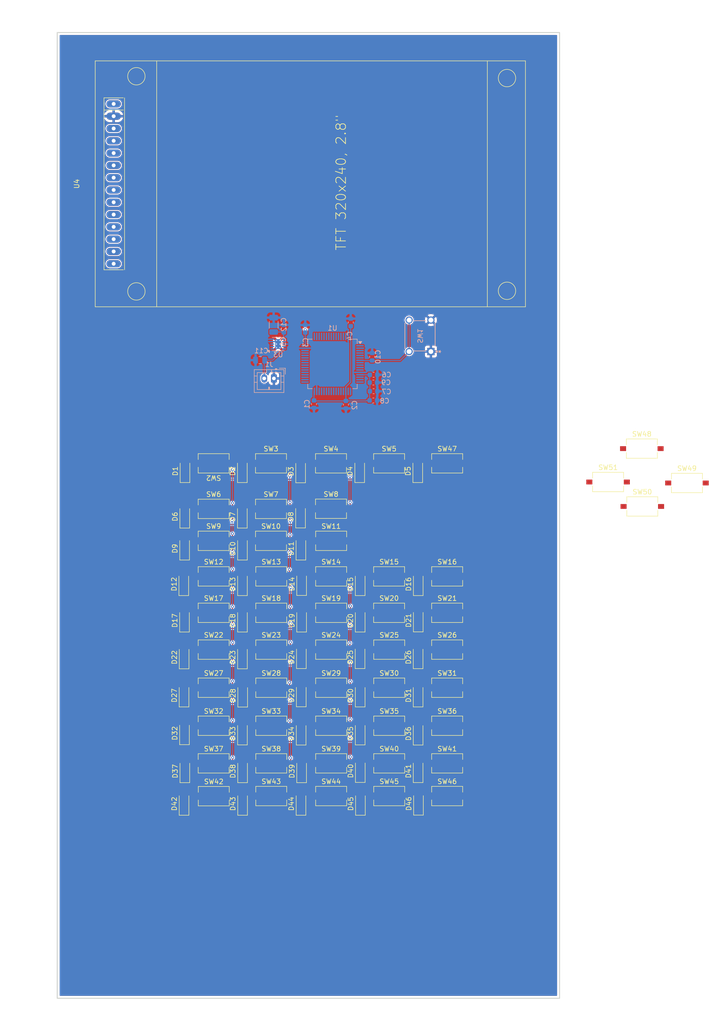
<source format=kicad_pcb>
(kicad_pcb (version 20240108) (generator "pcbnew") (generator_version "8.0")
  (layers (0 "F.Cu" signal) (31 "B.Cu" signal) (34 "B.Paste" user) (35 "F.Paste" user) (36 "B.SilkS" user "B.Silkscreen") (37 "F.SilkS" user "F.Silkscreen") (38 "B.Mask" user) (39 "F.Mask" user) (44 "Edge.Cuts" user))
  (net 0 "")
  (net 1 "Net-(U1-NRST)")
  (net 2 "GND")
  (net 4 "/SCREEN_RST")
  (net 5 "VDD")
  (net 11 "/IO_DC")
  (net 14 "/SPI3_MOSI")
  (net 15 "/TS_CK")
  (net 18 "/TS_CS")
  (net 20 "/SPI_MISO")
  (net 27 "Net-(U1-BOOT0)")
  (net 30 "/IO_LED")
  (net 38 "/SPI_CS")
  (net 43 "/TS_MOSI")
  (net 47 "/TS_MISO")
  (net 48 "Net-(U1-PC0)")
  (net 50 "/SPI3_SCK")
  (net 57 "+BATT")
  (net 58 "Net-(U3-LX2)")
  (net 60 "Net-(U3-LX1)")
  (net 61 "Net-(U3-CFG1)")
  (net 64 "Net-(SW15-Pad2)")
  (net 65 "Net-(SW16-Pad2)")
  (net 74 "Net-(SW12-Pad2)")
  (net 75 "Net-(D1-A)")
  (net 76 "Net-(SW10-Pad2)")
  (net 77 "Net-(D2-A)")
  (net 78 "Net-(SW11-Pad2)")
  (net 79 "Net-(D3-A)")
  (net 80 "Net-(D4-A)")
  (net 81 "Net-(D6-A)")
  (net 82 "Net-(D7-A)")
  (net 83 "Net-(D8-A)")
  (net 84 "Net-(D9-A)")
  (net 85 "Net-(D10-A)")
  (net 86 "Net-(D11-A)")
  (net 87 "Net-(D12-A)")
  (net 88 "Net-(D13-A)")
  (net 89 "Net-(D14-A)")
  (net 90 "Net-(D15-A)")
  (net 91 "Net-(D16-A)")
  (net 92 "Net-(D17-A)")
  (net 93 "Net-(D18-A)")
  (net 94 "Net-(D19-A)")
  (net 95 "Net-(D20-A)")
  (net 96 "Net-(D21-A)")
  (net 97 "Net-(D22-A)")
  (net 98 "Net-(D23-A)")
  (net 99 "Net-(D24-A)")
  (net 100 "Net-(D25-A)")
  (net 101 "Net-(D26-A)")
  (net 102 "Net-(D32-A)")
  (net 103 "Net-(D33-A)")
  (net 104 "Net-(D34-A)")
  (net 105 "Net-(D35-A)")
  (net 106 "Net-(D36-A)")
  (net 107 "Net-(D37-A)")
  (net 108 "Net-(D38-A)")
  (net 109 "Net-(D39-A)")
  (net 110 "Net-(D40-A)")
  (net 111 "Net-(D41-A)")
  (net 112 "Net-(D42-A)")
  (net 113 "Net-(D43-A)")
  (net 114 "Net-(D44-A)")
  (net 115 "Net-(D45-A)")
  (net 116 "Net-(D46-A)")
  (net 117 "Net-(D5-A)")
  (net 118 "Net-(D1-K)")
  (net 119 "Net-(D6-K)")
  (net 120 "Net-(D10-K)")
  (net 121 "Net-(D12-K)")
  (net 122 "Net-(D17-K)")
  (net 123 "Net-(D22-K)")
  (net 124 "Net-(D27-K)")
  (net 125 "Net-(D32-K)")
  (net 126 "Net-(D37-K)")
  (net 127 "Net-(D42-K)")
  (net 128 "Net-(D27-A)")
  (net 129 "Net-(D28-A)")
  (net 130 "Net-(D29-A)")
  (net 131 "Net-(D30-A)")
  (net 132 "Net-(D31-A)")
  (footprint "Button_Switch_SMD:SW_Tactile_SPST_NO_Straight_CK_PTS636Sx25SMTRLFS" (layer "F.Cu") (at 287.1 245.675)
    (property "Reference" "SW44")
    (property "Value" ".")
  )
  (footprint "Diode_SMD:D_SOD-123" (layer "F.Cu") (at 281 209.425 90)
    (property "Reference" "D19")
    (property "Value" "D")
  )
  (footprint "Button_Switch_SMD:SW_Tactile_SPST_NO_Straight_CK_PTS636Sx25SMTRLFS" (layer "F.Cu") (at 287.1 200.3)
    (property "Reference" "SW14")
    (property "Value" "PRGM")
  )
  (footprint "Diode_SMD:D_SOD-123" (layer "F.Cu") (at 280.775 187.925 90)
    (property "Reference" "D8")
    (property "Value" "D")
  )
  (footprint "Button_Switch_SMD:SW_Tactile_SPST_NO_Straight_CK_PTS636Sx25SMTRLFS" (layer "F.Cu") (at 274.675 176.95)
    (property "Reference" "SW3")
    (property "Value" "WINDOW")
  )
  (footprint "Button_Switch_SMD:SW_Tactile_SPST_NO_Straight_CK_PTS636Sx25SMTRLFS" (layer "F.Cu") (at 262.825 192.95)
    (property "Reference" "SW9")
    (property "Value" "ALPHA")
  )
  (footprint "Button_Switch_SMD:SW_Tactile_SPST_NO_Straight_CK_PTS636Sx25SMTRLFS" (layer "F.Cu") (at 287.075 186.325)
    (property "Reference" "SW8")
    (property "Value" "DEL")
  )
  (footprint "Diode_SMD:D_SOD-123" (layer "F.Cu") (at 293.1 209.425 90)
    (property "Reference" "D20")
    (property "Value" "D")
  )
  (footprint "Diode_SMD:D_SOD-123" (layer "F.Cu") (at 293.125 240.5 90)
    (property "Reference" "D40")
    (property "Value" "D")
  )
  (footprint "Button_Switch_SMD:SW_Tactile_SPST_NO_Straight_CK_PTS636Sx25SMTRLFS" (layer "F.Cu") (at 274.725 207.825)
    (property "Reference" "SW18")
    (property "Value" "SIN")
  )
  (footprint "Button_Switch_SMD:SW_Tactile_SPST_NO_Straight_CK_PTS636Sx25SMTRLFS" (layer "F.Cu") (at 274.675 186.35)
    (property "Reference" "SW7")
    (property "Value" "MODE")
  )
  (footprint "Diode_SMD:D_SOD-123" (layer "F.Cu") (at 256.8 232.7 90)
    (property "Reference" "D32")
    (property "Value" "D")
  )
  (footprint "Button_Switch_SMD:SW_Tactile_SPST_NO_Straight_CK_PTS636Sx25SMTRLFS" (layer "F.Cu") (at 274.725 231.15)
    (property "Reference" "SW33")
    (property "Value" "4")
  )
  (footprint "Diode_SMD:D_SOD-123" (layer "F.Cu") (at 280.875 247.275 90)
    (property "Reference" "D44")
    (property "Value" "D")
  )
  (footprint "Button_Switch_SMD:SW_Tactile_SPST_NO_Straight_CK_PTS636Sx25SMTRLFS" (layer "F.Cu") (at 262.825 200.3)
    (property "Reference" "SW12")
    (property "Value" "MATH")
  )
  (footprint "Button_Switch_SMD:SW_Tactile_SPST_NO_Straight_CK_PTS636Sx25SMTRLFS" (layer "F.Cu") (at 274.725 238.925)
    (property "Reference" "SW38")
    (property "Value" "1")
  )
  (footprint "Diode_SMD:D_SOD-123" (layer "F.Cu") (at 256.65 201.9 90)
    (property "Reference" "D12")
    (property "Value" "D")
  )
  (footprint "Button_Switch_SMD:SW_Tactile_SPST_NO_Straight_CK_PTS636Sx25SMTRLFS" (layer "F.Cu") (at 274.725 223.3)
    (property "Reference" "SW28")
    (property "Value" "7")
  )
  (footprint "Diode_SMD:D_SOD-123" (layer "F.Cu") (at 305.1 201.9 90)
    (property "Reference" "D16")
    (property "Value" "D")
  )
  (footprint "Diode_SMD:D_SOD-123" (layer "F.Cu") (at 268.775 209.425 90)
    (property "Reference" "D18")
    (property "Value" "D")
  )
  (footprint "Diode_SMD:D_SOD-123" (layer "F.Cu") (at 256.7 224.9 90)
    (property "Reference" "D27")
    (property "Value" "D")
  )
  (footprint "Diode_SMD:D_SOD-123" (layer "F.Cu") (at 268.825 224.925 90)
    (property "Reference" "D28")
    (property "Value" "D")
  )
  (footprint "Diode_SMD:D_SOD-123" (layer "F.Cu") (at 293.15 247.275 90)
    (property "Reference" "D45")
    (property "Value" "D")
  )
  (footprint "Button_Switch_SMD:SW_Tactile_SPST_NO_Straight_CK_PTS636Sx25SMTRLFS" (layer "F.Cu") (at 311.075 176.95)
    (property "Reference" "SW47")
    (property "Value" "GRAPH")
  )
  (footprint "Diode_SMD:D_SOD-123" (layer "F.Cu") (at 256.825 194.55 90)
    (property "Reference" "D9")
    (property "Value" "D")
  )
  (footprint "Button_Switch_SMD:SW_Tactile_SPST_NO_Straight_CK_PTS636Sx25SMTRLFS" (layer "F.Cu") (at 287.1 192.95)
    (property "Reference" "SW11")
    (property "Value" "STAT")
  )
  (footprint "Diode_SMD:D_SOD-123" (layer "F.Cu") (at 268.8 240.55 90)
    (property "Reference" "D38")
    (property "Value" "D")
  )
  (footprint "Diode_SMD:D_SOD-123" (layer "F.Cu") (at 305.075 217 90)
    (property "Reference" "D26")
    (property "Value" "D")
  )
  (footprint "Diode_SMD:D_SOD-123" (layer "F.Cu") (at 256.85 187.95 90)
    (property "Reference" "D6")
    (property "Value" "D")
  )
  (footprint "Diode_SMD:D_SOD-123" (layer "F.Cu") (at 280.8 178.6 90)
    (property "Reference" "D3")
    (property "Value" "D")
  )
  (footprint "Button_Switch_SMD:SW_Tactile_SPST_NO_Straight_CK_PTS636Sx25SMTRLFS" (layer "F.Cu") (at 262.825 238.925)
    (property "Reference" "SW37")
    (property "Value" "STO" (hide yes))
  )
  (footprint "Button_Switch_SMD:SW_Tactile_SPST_NO_Straight_CK_PTS636Sx25SMTRLFS" (layer "F.Cu") (at 262.825 186.35)
    (property "Reference" "SW6")
    (property "Value" "2ND")
  )
  (footprint "Button_Switch_SMD:SW_Tactile_SPST_NO_Straight_CK_PTS636Sx25SMTRLFS" (layer "F.Cu") (at 274.725 245.675)
    (property "Reference" "SW43")
    (property "Value" "0")
  )
  (footprint "Button_Switch_SMD:SW_Tactile_SPST_NO_Straight_CK_PTS636Sx25SMTRLFS" (layer "F.Cu") (at 311.075 223.3)
    (property "Reference" "SW31")
    (property "Value" "MULITPLY")
  )
  (footprint "Diode_SMD:D_SOD-123" (layer "F.Cu") (at 268.775 194.55 90)
    (property "Reference" "D10")
    (property "Value" "D")
  )
  (footprint "Button_Switch_SMD:SW_Tactile_SPST_NO_Straight_CK_PTS636Sx25SMTRLFS" (layer "F.Cu") (at 311.075 231.15)
    (property "Reference" "SW36")
    (property "Value" "SUBTRACT")
  )
  (footprint "Diode_SMD:D_SOD-123" (layer "F.Cu") (at 256.8 209.425 90)
    (property "Reference" "D17")
    (property "Value" "D")
  )
  (footprint "Diode_SMD:D_SOD-123" (layer "F.Cu") (at 280.9 232.775 90)
    (property "Reference" "D34")
    (property "Value" "D")
  )
  (footprint "Diode_SMD:D_SOD-123" (layer "F.Cu") (at 305.1 209.4 90)
    (property "Reference" "D21")
    (property "Value" "D")
  )
  (footprint "Button_Switch_SMD:SW_Tactile_SPST_NO_Straight_CK_PTS636Sx25SMTRLFS" (layer "F.Cu") (at 262.825 215.425)
    (property "Reference" "SW22")
    (property "Value" "X^2")
  )
  (footprint "Diode_SMD:D_SOD-123" (layer "F.Cu") (at 268.8 247.275 90)
    (property "Reference" "D43")
    (property "Value" "D")
  )
  (footprint "Button_Switch_SMD:SW_Tactile_SPST_NO_Straight_CK_PTS636Sx25SMTRLFS" (layer "F.Cu") (at 274.725 215.425)
    (property "Reference" "SW23")
    (property "Value" ",")
  )
  (footprint "Button_Switch_SMD:SW_Tactile_SPST_NO_Straight_CK_PTS636Sx25SMTRLFS" (layer "F.Cu") (at 351.3 173.9)
    (property "Reference" "SW48")
    (property "Value" "UP")
  )
  (footprint "Diode_SMD:D_SOD-123" (layer "F.Cu") (at 305.075 240.525 90)
    (property "Reference" "D41")
    (property "Value" "D")
  )
  (footprint "Button_Switch_SMD:SW_Tactile_SPST_NO_Straight_CK_PTS636Sx25SMTRLFS" (layer "F.Cu") (at 274.725 200.3)
    (property "Reference" "SW13")
    (property "Value" "APPS")
  )
  (footprint "Diode_SMD:D_SOD-123" (layer "F.Cu") (at 268.75 187.95 90)
    (property "Reference" "D7")
    (property "Value" "D")
  )
  (footprint "Diode_SMD:D_SOD-123" (layer "F.Cu") (at 256.7 247.275 90)
    (property "Reference" "D42")
    (property "Value" "D")
  )
  (footprint "Diode_SMD:D_SOD-123" (layer "F.Cu") (at 268.775 201.9 90)
    (property "Reference" "D13")
    (property "Value" "D")
  )
  (footprint "Button_Switch_SMD:SW_Tactile_SPST_NO_Straight_CK_PTS636Sx25SMTRLFS" (layer "F.Cu") (at 299.075 207.825)
    (property "Reference" "SW20")
    (property "Value" "TAN")
  )
  (footprint "Button_Switch_SMD:SW_Tactile_SPST_NO_Straight_CK_PTS636Sx25SMTRLFS" (layer "F.Cu") (at 311.075 207.825)
    (property "Reference" "SW21")
    (property "Value" "^")
  )
  (footprint "Diode_SMD:D_SOD-123" (layer "F.Cu") (at 305 178.55 90)
    (property "Reference" "D5")
    (property "Value" "D")
  )
  (footprint "Diode_SMD:D_SOD-123" (layer "F.Cu") (at 281 240.55 90)
    (property "Reference" "D39")
    (property "Value" "D")
  )
  (footprint "Button_Switch_SMD:SW_Tactile_SPST_NO_Straight_CK_PTS636Sx25SMTRLFS" (layer "F.Cu") (at 311.075 245.675)
    (property "Reference" "SW46")
    (property "Value" "ENTER")
  )
  (footprint "Diode_SMD:D_SOD-123" (layer "F.Cu") (at 268.775 232.75 90)
    (property "Reference" "D33")
    (property "Value" "D")
  )
  (footprint "Diode_SMD:D_SOD-123" (layer "F.Cu") (at 268.75 178.55 90)
    (property "Reference" "D2")
    (property "Value" "D")
  )
  (footprint "Diode_SMD:D_SOD-123" (layer "F.Cu") (at 293.1 201.9 90)
    (property "Reference" "D15")
    (property "Value" "D")
  )
  (footprint "Button_Switch_SMD:SW_Tactile_SPST_NO_Straight_CK_PTS636Sx25SMTRLFS" (layer "F.Cu") (at 287.1 207.825)
    (property "Reference" "SW19")
    (property "Value" "COS")
  )
  (footprint "Diode_SMD:D_SOD-123" (layer "F.Cu") (at 293.075 216.975 90)
    (property "Reference" "D25")
    (property "Value" "D")
  )
  (footprint "Button_Switch_SMD:SW_Tactile_SPST_NO_Straight_CK_PTS636Sx25SMTRLFS" (layer "F.Cu") (at 299.1 231.15)
    (property "Reference" "SW35")
    (property "Value" "6")
  )
  (footprint "Button_Switch_SMD:SW_Tactile_SPST_NO_Straight_CK_PTS636Sx25SMTRLFS" (layer "F.Cu") (at 262.825 207.825)
    (property "Reference" "SW17")
    (property "Value" "X^-1")
  )
  (footprint "Diode_SMD:D_SOD-123" (layer "F.Cu") (at 305.15 247.25 90)
    (property "Reference" "D46")
    (property "Value" "D")
  )
  (footprint "Button_Switch_SMD:SW_Tactile_SPST_NO_Straight_CK_PTS636Sx25SMTRLFS" (layer "F.Cu") (at 274.675 192.95)
    (property "Reference" "SW10")
    (property "Value" "XT0N")
  )
  (footprint "Button_Switch_SMD:SW_Tactile_SPST_NO_Straight_CK_PTS636Sx25SMTRLFS" (layer "F.Cu") (at 351.4 185.85)
    (property "Reference" "SW50")
    (property "Value" "DOWN")
  )
  (footprint "Diode_SMD:D_SOD-123" (layer "F.Cu") (at 256.9 178.55 90)
    (property "Reference" "D1")
    (property "Value" "D")
  )
  (footprint "Diode_SMD:D_SOD-123" (layer "F.Cu") (at 305.075 232.775 90)
    (property "Reference" "D36")
    (property "Value" "D")
  )
  (footprint "Button_Switch_SMD:SW_Tactile_SPST_NO_Straight_CK_PTS636Sx25SMTRLFS" (layer "F.Cu") (at 311.075 238.925)
    (property "Reference" "SW41")
    (property "Value" "ADD")
  )
  (footprint "Button_Switch_SMD:SW_Tactile_SPST_NO_Straight_CK_PTS636Sx25SMTRLFS" (layer "F.Cu") (at 287.1 223.3)
    (property "Reference" "SW29")
    (property "Value" "8")
  )
  (footprint "Button_Switch_SMD:SW_Tactile_SPST_NO_Straight_CK_PTS636Sx25SMTRLFS" (layer "F.Cu") (at 311.075 215.425)
    (property "Reference" "SW26")
    (property "Value" "DIVIDE")
  )
  (footprint "Button_Switch_SMD:SW_Tactile_SPST_NO_Straight_CK_PTS636Sx25SMTRLFS" (layer "F.Cu") (at 299.1 238.925)
    (property "Reference" "SW40")
    (property "Value" "3")
  )
  (footprint "Diode_SMD:D_SOD-123" (layer "F.Cu") (at 305.075 224.9 90)
    (property "Reference" "D31")
    (property "Value" "D")
  )
  (footprint "Diode_SMD:D_SOD-123" (layer "F.Cu") (at 280.85 194.55 90)
    (property "Reference" "D11")
    (property "Value" "D")
  )
  (footprint "Button_Switch_SMD:SW_Tactile_SPST_NO_Straight_CK_PTS636Sx25SMTRLFS" (layer "F.Cu") (at 287.1 215.425)
    (property "Reference" "SW24")
    (property "Value" "(")
  )
  (footprint "Button_Switch_SMD:SW_Tactile_SPST_NO_Straight_CK_PTS636Sx25SMTRLFS" (layer "F.Cu") (at 262.85 245.7)
    (property "Reference" "SW42")
    (property "Value" "ON")
  )
  (footprint "Button_Switch_SMD:SW_Tactile_SPST_NO_Straight_CK_PTS636Sx25SMTRLFS" (layer "F.Cu") (at 299.1 223.3)
    (property "Reference" "SW30")
    (property "Value" "9")
  )
  (footprint "Diode_SMD:D_SOD-123" (layer "F.Cu") (at 293.1 232.75 90)
    (property "Reference" "D35")
    (property "Value" "D")
  )
  (footprint "Button_Switch_SMD:SW_Tactile_SPST_NO_Straight_CK_PTS636Sx25SMTRLFS" (layer "F.Cu") (at 262.825 176.95 180)
    (property "Reference" "SW2")
    (property "Value" "Y=")
  )
  (footprint "Button_Switch_SMD:SW_Tactile_SPST_NO_Straight_CK_PTS636Sx25SMTRLFS" (layer "F.Cu") (at 262.825 231.15)
    (property "Reference" "SW32")
    (property "Value" "IN")
  )
  (footprint "Diode_SMD:D_SOD-123" (layer "F.Cu") (at 280.925 224.875 90)
    (property "Reference" "D29")
    (property "Value" "D")
  )
  (footprint "Button_Switch_SMD:SW_Tactile_SPST_NO_Straight_CK_PTS636Sx25SMTRLFS" (layer "F.Cu") (at 287.1 238.925)
    (property "Reference" "SW39")
    (property "Value" "2")
  )
  (footprint "Button_Switch_SMD:SW_Tactile_SPST_NO_Straight_CK_PTS636Sx25SMTRLFS" (layer "F.Cu") (at 299.075 176.95)
    (property "Reference" "SW5")
    (property "Value" "TRACE")
  )
  (footprint "Button_Switch_SMD:SW_Tactile_SPST_NO_Straight_CK_PTS636Sx25SMTRLFS" (layer "F.Cu") (at 287.1 231.15)
    (property "Reference" "SW34")
    (property "Value" "5")
  )
  (footprint "Button_Switch_SMD:SW_Tactile_SPST_NO_Straight_CK_PTS636Sx25SMTRLFS" (layer "F.Cu") (at 299.1 215.425)
    (property "Reference" "SW25")
    (property "Value" ")")
  )
  (footprint "Diode_SMD:D_SOD-123" (layer "F.Cu") (at 293.1 224.9 90)
    (property "Reference" "D30")
    (property "Value" "D")
  )
  (footprint "Button_Switch_SMD:SW_Tactile_SPST_NO_Straight_CK_PTS636Sx25SMTRLFS" (layer "F.Cu") (at 287.075 176.95)
    (property "Reference" "SW4")
    (property "Value" "ZOOM")
  )
  (footprint "Button_Switch_SMD:SW_Tactile_SPST_NO_Straight_CK_PTS636Sx25SMTRLFS" (layer "F.Cu") (at 262.825 223.3)
    (property "Reference" "SW27")
    (property "Value" "LOG")
  )
  (footprint "Diode_SMD:D_SOD-123" (layer "F.Cu") (at 256.725 217.025 90)
    (property "Reference" "D22")
    (property "Value" "D")
  )
  (footprint "Diode_SMD:D_SOD-123" (layer "F.Cu") (at 268.775 217.025 90)
    (property "Reference" "D23")
    (property "Value" "D")
  )
  (footprint "Diode_SMD:D_SOD-123" (layer "F.Cu") (at 280.95 216.975 90)
    (property "Reference" "D24")
    (property "Value" "D")
  )
  (footprint "Button_Switch_SMD:SW_Tactile_SPST_NO_Straight_CK_PTS636Sx25SMTRLFS" (layer "F.Cu") (at 299.075 200.3)
    (property "Reference" "SW15")
    (property "Value" "VARS")
  )
  (footprint "Button_Switch_SMD:SW_Tactile_SPST_NO_Straight_CK_PTS636Sx25SMTRLFS" (layer "F.Cu") (at 360.625 181)
    (property "Reference" "SW49")
    (property "Value" "RIGHT")
  )
  (footprint "footprint:TFT-320x240" (layer "F.Cu") (at 242.16 119.2 -90)
    (property "Reference" "U4")
    (property "Value" "TFT_320x240")
  )
  (footprint "Diode_SMD:D_SOD-123" (layer "F.Cu") (at 281 201.875 90)
    (property "Reference" "D14")
    (property "Value" "D")
  )
  (footprint "Button_Switch_SMD:SW_Tactile_SPST_NO_Straight_CK_PTS636Sx25SMTRLFS" (layer "F.Cu") (at 344.325 180.8)
    (property "Reference" "SW51")
    (property "Value" "LEFT")
  )
  (footprint "Diode_SMD:D_SOD-123" (layer "F.Cu") (at 256.875 240.55 90)
    (property "Reference" "D37")
    (property "Value" "D")
  )
  (footprint "Button_Switch_SMD:SW_Tactile_SPST_NO_Straight_CK_PTS636Sx25SMTRLFS" (layer "F.Cu") (at 311.075 200.3)
    (property "Reference" "SW16")
    (property "Value" "CLEAR")
  )
  (footprint "Button_Switch_SMD:SW_Tactile_SPST_NO_Straight_CK_PTS636Sx25SMTRLFS" (layer "F.Cu") (at 299.1 245.675)
    (property "Reference" "SW45")
    (property "Value" "(-)")
  )
  (footprint "Diode_SMD:D_SOD-123" (layer "F.Cu") (at 293 178.55 90)
    (property "Reference" "D4")
    (property "Value" "D" (hide yes))
  )
  (footprint "Capacitor_SMD:C_0603_1608Metric" (layer "B.Cu") (at 291.15 147.825 90)
    (property "Reference" "C4")
    (property "Value" "100 nF")
  )
  (footprint "Capacitor_SMD:C_0805_2012Metric" (layer "B.Cu") (at 272.425 155.625)
    (property "Reference" "C11")
    (property "Value" "10u")
  )
  (footprint "Package_SON:WSON-10-1EP_2.5x2.5mm_P0.5mm_EP1.2x2mm_ThermalVias" (layer "B.Cu") (at 276.1625 152.3)
    (property "Reference" "U3")
    (property "Value" "TPS63900")
  )
  (footprint "Capacitor_SMD:C_0603_1608Metric" (layer "B.Cu") (at 290.15 164.825 -90)
    (property "Reference" "C2")
    (property "Value" "100 nF")
  )
  (footprint "Capacitor_SMD:C_0603_1608Metric" (layer "B.Cu") (at 281.75 149.15 90)
    (property "Reference" "C3")
    (property "Value" "100 nF")
  )
  (footprint "footprint:SW4_1825910-B_TEC" (layer "B.Cu") (at 303.2144 147.35 90)
    (property "Reference" "SW1")
    (property "Value" "SW_Push")
  )
  (footprint "Capacitor_SMD:C_0603_1608Metric" (layer "B.Cu") (at 295.575 154.925 90)
    (property "Reference" "C10")
    (property "Value" "0.1u")
  )
  (footprint "Capacitor_SMD:C_0603_1608Metric" (layer "B.Cu") (at 295.875 158.65)
    (property "Reference" "C6")
    (property "Value" "10n")
  )
  (footprint "Capacitor_SMD:C_1206_3216Metric" (layer "B.Cu") (at 275.225 148.325 -90)
    (property "Reference" "C12")
    (property "Value" "22u")
  )
  (footprint "Capacitor_SMD:C_0603_1608Metric" (layer "B.Cu") (at 283.55 164.725 -90)
    (property "Reference" "C1")
    (property "Value" "100 nF")
  )
  (footprint "Connector_JST:JST_PH_B2B-PH-K_1x02_P2.00mm_Vertical" (layer "B.Cu") (at 275.275 159.4 180)
    (property "Reference" "J1")
    (property "Value" "Conn_01x02")
  )
  (footprint "Package_QFP:LQFP-64_10x10mm_P0.5mm" (layer "B.Cu") (at 287.375 156.4 180)
    (property "Reference" "U1")
    (property "Value" "STM32L471RGTx")
  )
  (footprint "Capacitor_SMD:C_0603_1608Metric" (layer "B.Cu") (at 277.325 149.125 90)
    (property "Reference" "C5")
    (property "Value" "4.7u")
  )
  (footprint "Capacitor_SMD:C_0603_1608Metric" (layer "B.Cu") (at 295.825 163.95)
    (property "Reference" "C8")
    (property "Value" "1u")
  )
  (footprint "Capacitor_SMD:C_0603_1608Metric" (layer "B.Cu") (at 295.825 160.25)
    (property "Reference" "C9")
    (property "Value" "100n")
  )
  (footprint "Capacitor_SMD:C_0603_1608Metric" (layer "B.Cu") (at 295.875 162.05)
    (property "Reference" "C7")
    (property "Value" "1u")
  )
  (gr_rect (start 230.5 87.95) (end 334.3 287.45) (stroke (width 0.2)) (fill none) (layer "Edge.Cuts"))
  (segment (start 295.575 155.7) (end 293.1 155.7) (width 0.2) (layer "B.Cu") (net 1))
  (segment (start 303.2144 147.35) (end 303.2144 153.850001) (width 0.2) (layer "B.Cu") (net 1))
  (segment (start 293.1 155.7) (end 293.05 155.65) (width 0.2) (layer "B.Cu") (net 1))
  (segment (start 295.575 155.7) (end 301.364401 155.7) (width 0.2) (layer "B.Cu") (net 1))
  (segment (start 301.364401 155.7) (end 303.2144 153.850001) (width 0.2) (layer "B.Cu") (net 1))
  (via (at 281.75 149.325) (size 0.6) (drill 0.3) (layers "F.Cu" "B.Cu") (net 5))
  (segment (start 290.125 161.16759) (end 290.125 162.075) (width 0.2) (layer "B.Cu") (net 5))
  (segment (start 290.15 164.05) (end 283.65 164.05) (width 0.2) (layer "B.Cu") (net 5))
  (segment (start 295.05 162.1) (end 295.1 162.05) (width 0.2) (layer "B.Cu") (net 5))
  (segment (start 290.15 162.275) (end 290.175 162.25) (width 0.2) (layer "B.Cu") (net 5))
  (segment (start 295.1 162.05) (end 295.1 160.3) (width 0.2) (layer "B.Cu") (net 5))
  (segment (start 283.65 164.05) (end 283.55 163.95) (width 0.2) (layer "B.Cu") (net 5))
  (segment (start 295.05 163.95) (end 294.475 163.95) (width 0.2) (layer "B.Cu") (net 5))
  (segment (start 291.15 150.7) (end 291.125 150.725) (width 0.2) (layer "B.Cu") (net 5))
  (segment (start 281.75 152.6) (end 281.7 152.65) (width 0.2) (layer "B.Cu") (net 5))
  (segment (start 283.55 162.15) (end 283.625 162.075) (width 0.2) (layer "B.Cu") (net 5))
  (segment (start 281.75 149.925) (end 281.75 152.6) (width 0.2) (layer "B.Cu") (net 5))
  (segment (start 281.75 149.925) (end 281.75 149.325) (width 0.2) (layer "B.Cu") (net 5))
  (segment (start 277.275 149.975) (end 277.275 151.2) (width 0.2) (layer "B.Cu") (net 5))
  (segment (start 295.05 160.25) (end 295.05 158.7) (width 0.2) (layer "B.Cu") (net 5))
  (segment (start 291.15 148.6) (end 291.15 150.7) (width 0.2) (layer "B.Cu") (net 5))
  (segment (start 277.225 149.8) (end 277.325 149.9) (width 0.2) (layer "B.Cu") (net 5))
  (segment (start 294.375 164.05) (end 290.15 164.05) (width 0.2) (layer "B.Cu") (net 5))
  (segment (start 277.275 151.2) (end 277.375 151.3) (width 0.2) (layer "B.Cu") (net 5))
  (segment (start 290.15 164.05) (end 290.15 162.275) (width 0.2) (layer "B.Cu") (net 5))
  (segment (start 275.225 149.8) (end 277.225 149.8) (width 0.2) (layer "B.Cu") (net 5))
  (segment (start 295.05 163.95) (end 295.05 163.35) (width 0.2) (layer "B.Cu") (net 5))
  (segment (start 283.55 163.95) (end 283.55 162.15) (width 0.2) (layer "B.Cu") (net 5))
  (segment (start 295.1 160.3) (end 295.05 160.25) (width 0.2) (layer "B.Cu") (net 5))
  (segment (start 295.05 163.35) (end 295.05 162.1) (width 0.2) (layer "B.Cu") (net 5))
  (segment (start 295.05 158.7) (end 295.1 158.65) (width 0.2) (layer "B.Cu") (net 5))
  (segment (start 294.475 163.95) (end 294.375 164.05) (width 0.2) (layer "B.Cu") (net 5))
  (segment (start 291.15 160.14259) (end 290.125 161.16759) (width 0.2) (layer "B.Cu") (net 5))
  (segment (start 291.15 148.6) (end 291.15 160.14259) (width 0.2) (layer "B.Cu") (net 5))
  (segment (start 293.5 158.65) (end 293.45 158.7) (width 0.2) (layer "B.Cu") (net 5))
  (segment (start 295.1 158.65) (end 293.5 158.65) (width 0.2) (layer "B.Cu") (net 5))
  (segment (start 293.85741 153.15) (end 293.05 153.15) (width 0.2) (layer "B.Cu") (net 11))
  (segment (start 275.05 155.625) (end 277.375 153.3) (width 0.2) (layer "B.Cu") (net 57))
  (segment (start 273.275 155.725) (end 273.375 155.625) (width 0.2) (layer "B.Cu") (net 57))
  (segment (start 273.275 159.4) (end 273.275 155.725) (width 0.2) (layer "B.Cu") (net 57))
  (segment (start 273.375 155.625) (end 275.05 155.625) (width 0.2) (layer "B.Cu") (net 57))
  (segment (start 305.975 241.726304) (end 305.975 242.675) (width 0.2) (layer "F.Cu") (net 64))
  (segment (start 302.925 207.8) (end 302.95 207.825) (width 0.2) (layer "F.Cu") (net 64))
  (segment (start 302.975 238.925) (end 305.975 235.925) (width 0.2) (layer "F.Cu") (net 64))
  (segment (start 302.975 233.475) (end 302.85 233.6) (width 0.2) (layer "F.Cu") (net 64))
  (segment (start 305.975 242.675) (end 302.975 245.675) (width 0.2) (layer "F.Cu") (net 64))
  (segment (start 305.975 233.976304) (end 303.148696 231.15) (width 0.2) (layer "F.Cu") (net 64))
  (segment (start 302.95 207.825) (end 303.775 207.825) (width 0.2) (layer "F.Cu") (net 64))
  (segment (start 303.8 215.425) (end 306.15 217.775) (width 0.2) (layer "F.Cu") (net 64))
  (segment (start 305.9 197.35) (end 302.95 200.3) (width 0.2) (layer "F.Cu") (net 64))
  (segment (start 302.975 231.15) (end 305.975 228.15) (width 0.2) (layer "F.Cu") (net 64))
  (segment (start 303.173696 238.925) (end 305.975 241.726304) (width 0.2) (layer "F.Cu") (net 64))
  (segment (start 306.15 220.125) (end 302.975 223.3) (width 0.2) (layer "F.Cu") (net 64))
  (segment (start 303.775 207.825) (end 306 210.05) (width 0.2) (layer "F.Cu") (net 64))
  (segment (start 303.075 200.175) (end 302.95 200.3) (width 0.2) (layer "F.Cu") (net 64))
  (segment (start 302.95 176.95) (end 303.098696 176.95) (width 0.2) (layer "F.Cu") (net 64))
  (segment (start 305.975 235.925) (end 305.975 233.976304) (width 0.2) (layer "F.Cu") (net 64))
  (segment (start 303.2 223.3) (end 302.975 223.3) (width 0.2) (layer "F.Cu") (net 64))
  (segment (start 303.198696 200.3) (end 302.95 200.3) (width 0.2) (layer "F.Cu") (net 64))
  (segment (start 306 210.05) (end 306 212.4) (width 0.2) (layer "F.Cu") (net 64))
  (segment (start 305.9 179.751304) (end 305.9 197.35) (width 0.2) (layer "F.Cu") (net 64))
  (segment (start 306 203.101304) (end 303.198696 200.3) (width 0.2) (layer "F.Cu") (net 64))
  (segment (start 305.975 228.15) (end 305.975 226.075) (width 0.2) (layer "F.Cu") (net 64))
  (segment (start 302.975 215.425) (end 303.8 215.425) (width 0.2) (layer "F.Cu") (net 64))
  (segment (start 302.95 207.825) (end 306 204.775) (width 0.2) (layer "F.Cu") (net 64))
  (segment (start 303.098696 176.95) (end 305.9 179.751304) (width 0.2) (layer "F.Cu") (net 64))
  (segment (start 303.148696 231.15) (end 302.975 231.15) (width 0.2) (layer "F.Cu") (net 64))
  (segment (start 305.975 226.075) (end 303.2 223.3) (width 0.2) (layer "F.Cu") (net 64))
  (segment (start 302.975 238.925) (end 303.173696 238.925) (width 0.2) (layer "F.Cu") (net 64))
  (segment (start 306 204.775) (end 306 203.101304) (width 0.2) (layer "F.Cu") (net 64))
  (segment (start 306.15 217.775) (end 306.15 220.125) (width 0.2) (layer "F.Cu") (net 64))
  (segment (start 306 212.4) (end 302.975 215.425) (width 0.2) (layer "F.Cu") (net 64))
  (segment (start 314.95 207.825) (end 314.95 215.425) (width 0.2) (layer "F.Cu") (net 65))
  (segment (start 314.95 223.3) (end 314.95 215.425) (width 0.2) (layer "F.Cu") (net 65))
  (segment (start 314.95 200.3) (end 314.95 176.95) (width 0.2) (layer "F.Cu") (net 65))
  (segment (start 314.95 231.15) (end 314.95 223.3) (width 0.2) (layer "F.Cu") (net 65))
  (segment (start 314.95 245.675) (end 314.95 238.925) (width 0.2) (layer "F.Cu") (net 65))
  (segment (start 314.95 238.925) (end 314.95 231.15) (width 0.2) (layer "F.Cu") (net 65))
  (segment (start 314.95 200.3) (end 314.95 207.825) (width 0.2) (layer "F.Cu") (net 65))
  (segment (start 266.7 215.425) (end 266.7 217.825) (width 0.2) (layer "F.Cu") (net 74))
  (segment (start 266.7 217.825) (end 266.75 217.875) (width 0.2) (layer "F.Cu") (net 74))
  (segment (start 266.7 191.475) (end 266.7 192.95) (width 0.2) (layer "F.Cu") (net 74))
  (segment (start 266.7 188.675) (end 266.625 188.75) (width 0.2) (layer "F.Cu") (net 74))
  (segment (start 266.7 231.15) (end 266.7 233.65) (width 0.2) (layer "F.Cu") (net 74))
  (segment (start 266.75 238.875) (end 266.7 238.925) (width 0.2) (layer "F.Cu") (net 74))
  (segment (start 266.7 210.15) (end 266.725 210.175) (width 0.2) (layer "F.Cu") (net 74))
  (segment (start 266.7 206.55) (end 266.7 207.825) (width 0.2) (layer "F.Cu") (net 74))
  (segment (start 266.7 223.3) (end 266.7 225.8) (width 0.2) (layer "F.Cu") (net 74))
  (segment (start 266.7 192.95) (end 266.7 195.15) (width 0.2) (layer "F.Cu") (net 74))
  (segment (start 266.75 237.725) (end 266.75 238.875) (width 0.2) (layer "F.Cu") (net 74))
  (segment (start 266.7 176.95) (end 266.7 178.25) (width 0.2) (layer "F.Cu") (net 74))
  (segment (start 266.7 186.35) (end 266.7 188.675) (width 0.2) (layer "F.Cu") (net 74))
  (segment (start 266.7 225.8) (end 266.725 225.825) (width 0.2) (layer "F.Cu") (net 74))
  (segment (start 266.75 230.05) (end 266.75 231.1) (width 0.2) (layer "F.Cu") (net 74))
  (segment (start 266.75 215.375) (end 266.7 215.425) (width 0.2) (layer "F.Cu") (net 74))
  (segment (start 266.7 200.3) (end 266.7 202.8) (width 0.2) (layer "F.Cu") (net 74))
  (segment (start 266.7 233.65) (end 266.75 233.7) (width 0.2) (layer "F.Cu") (net 74))
  (segment (start 266.75 231.1) (end 266.7 231.15) (width 0.2) (layer "F.Cu") (net 74))
  (segment (start 266.75 213.975) (end 266.75 215.375) (width 0.2) (layer "F.Cu") (net 74))
  (segment (start 266.7 195.15) (end 266.65 195.2) (width 0.2) (layer "F.Cu") (net 74))
  (segment (start 266.75 198.8) (end 266.75 200.25) (width 0.2) (layer "F.Cu") (net 74))
  (segment (start 266.7 207.825) (end 266.7 210.15) (width 0.2) (layer "F.Cu") (net 74))
  (segment (start 266.7 185.15) (end 266.7 186.35) (width 0.2) (layer "F.Cu") (net 74))
  (segment (start 266.75 200.25) (end 266.7 200.3) (width 0.2) (layer "F.Cu") (net 74))
  (segment (start 266.7 221.95) (end 266.7 223.3) (width 0.2) (layer "F.Cu") (net 74))
  (via (at 266.7 191.475) (size 0.6) (drill 0.3) (layers "F.Cu" "B.Cu") (net 74))
  (via (at 266.7 221.95) (size 0.6) (drill 0.3) (layers "F.Cu" "B.Cu") (net 74))
  (via (at 266.625 188.75) (size 0.6) (drill 0.3) (layers "F.Cu" "B.Cu") (net 74))
  (via (at 266.75 233.7) (size 0.6) (drill 0.3) (layers "F.Cu" "B.Cu") (net 74))
  (via (at 266.7 206.55) (size 0.6) (drill 0.3) (layers "F.Cu" "B.Cu") (net 74))
  (via (at 266.75 198.8) (size 0.6) (drill 0.3) (layers "F.Cu" "B.Cu") (net 74))
  (via (at 266.725 225.825) (size 0.6) (drill 0.3) (layers "F.Cu" "B.Cu") (net 74))
  (via (at 266.75 217.875) (size 0.6) (drill 0.3) (layers "F.Cu" "B.Cu") (net 74))
  (via (at 266.75 230.05) (size 0.6) (drill 0.3) (layers "F.Cu" "B.Cu") (net 74))
  (via (at 266.725 210.175) (size 0.6) (drill 0.3) (layers "F.Cu" "B.Cu") (net 74))
  (via (at 266.7 185.15) (size 0.6) (drill 0.3) (layers "F.Cu" "B.Cu") (net 74))
  (via (at 266.65 195.2) (size 0.6) (drill 0.3) (layers "F.Cu" "B.Cu") (net 74))
  (via (at 266.7 178.25) (size 0.6) (drill 0.3) (layers "F.Cu" "B.Cu") (net 74))
  (via (at 266.75 237.725) (size 0.6) (drill 0.3) (layers "F.Cu" "B.Cu") (net 74))
  (via (at 266.75 213.975) (size 0.6) (drill 0.3) (layers "F.Cu" "B.Cu") (net 74))
  (via (at 266.7 202.8) (size 0.6) (drill 0.3) (layers "F.Cu" "B.Cu") (net 74))
  (segment (start 266.7 178.25) (end 266.7 185.15) (width 0.2) (layer "B.Cu") (net 74))
  (segment (start 266.725 213.95) (end 266.75 213.975) (width 0.2) (layer "B.Cu") (net 74))
  (segment (start 266.7 202.8) (end 266.7 206.55) (width 0.2) (layer "B.Cu") (net 74))
  (segment (start 266.65 198.7) (end 266.75 198.8) (width 0.2) (layer "B.Cu") (net 74))
  (segment (start 266.625 188.75) (end 266.625 191.4) (width 0.2) (layer "B.Cu") (net 74))
  (segment (start 266.75 233.7) (end 266.75 237.725) (width 0.2) (layer "B.Cu") (net 74))
  (segment (start 266.75 217.875) (end 266.75 221.9) (width 0.2) (layer "B.Cu") (net 74))
  (segment (start 266.725 210.175) (end 266.725 213.95) (width 0.2) (layer "B.Cu") (net 74))
  (segment (start 266.725 230.025) (end 266.75 230.05) (width 0.2) (layer "B.Cu") (net 74))
  (segment (start 266.65 195.2) (end 266.65 198.7) (width 0.2) (layer "B.Cu") (net 74))
  (segment (start 266.625 191.4) (end 266.7 191.475) (width 0.2) (layer "B.Cu") (net 74))
  (segment (start 266.725 225.825) (end 266.725 230.025) (width 0.2) (layer "B.Cu") (net 74))
  (segment (start 266.75 221.9) (end 266.7 221.95) (width 0.2) (layer "B.Cu") (net 74))
  (segment (start 258.9 176.9) (end 258.95 176.95) (width 0.2) (layer "F.Cu") (net 75))
  (segment (start 256.9 176.9) (end 258.9 176.9) (width 0.2) (layer "F.Cu") (net 75))
  (segment (start 278.6 233.7) (end 278.675 233.775) (width 0.2) (layer "F.Cu") (net 76))
  (segment (start 278.6 192.9) (end 278.55 192.95) (width 0.2) (layer "F.Cu") (net 76))
  (segment (start 278.6 202.35) (end 278.775 202.525) (width 0.2) (layer "F.Cu") (net 76))
  (segment (start 278.525 222.25) (end 278.525 223.225) (width 0.2) (layer "F.Cu") (net 76))
  (segment (start 278.6 217.825) (end 278.65 217.875) (width 0.2) (layer "F.Cu") (net 76))
  (segment (start 278.6 186.3) (end 278.55 186.35) (width 0.2) (layer "F.Cu") (net 76))
  (segment (start 278.6 215.425) (end 278.6 217.825) (width 0.2) (layer "F.Cu") (net 76))
  (segment (start 278.75 237.8) (end 278.75 238.775) (width 0.2) (layer "F.Cu") (net 76))
  (segment (start 278.55 188.7) (end 278.65 188.8) (width 0.2) (layer "F.Cu") (net 76))
  (segment (start 278.6 209.925) (end 278.625 209.95) (width 0.2) (layer "F.Cu") (net 76))
  (segment (start 278.475 200.175) (end 278.6 200.3) (width 0.2) (layer "F.Cu") (net 76))
  (segment (start 278.55 186.35) (end 278.55 188.7) (width 0.2) (layer "F.Cu") (net 76))
  (segment (start 278.6 207.825) (end 278.6 209.925) (width 0.2) (layer "F.Cu") (net 76))
  (segment (start 278.6 185) (end 278.6 186.3) (width 0.2) (layer "F.Cu") (net 76))
  (segment (start 278.55 176.95) (end 278.55 179.5) (width 0.2) (layer "F.Cu") (net 76))
  (segment (start 278.55 192.95) (end 278.55 195.3) (width 0.2) (layer "F.Cu") (net 76))
  (segment (start 278.675 206.55) (end 278.675 207.75) (width 0.2) (layer "F.Cu") (net 76))
  (segment (start 278.6 231.15) (end 278.6 233.7) (width 0.2) (layer "F.Cu") (net 76))
  (segment (start 278.6 200.3) (end 278.6 202.35) (width 0.2) (layer "F.Cu") (net 76))
  (segment (start 278.675 213.9) (end 278.675 215.35) (width 0.2) (layer "F.Cu") (net 76))
  (segment (start 278.75 238.775) (end 278.6 238.925) (width 0.2) (layer "F.Cu") (net 76))
  (segment (start 278.675 207.75) (end 278.6 207.825) (width 0.2) (layer "F.Cu") (net 76))
  (segment (start 278.675 215.35) (end 278.6 215.425) (width 0.2) (layer "F.Cu") (net 76))
  (segment (start 278.6 231.15) (end 278.6 230.175) (width 0.2) (layer "F.Cu") (net 76))
  (segment (start 278.6 191.725) (end 278.6 192.9) (width 0.2) (layer "F.Cu") (net 76))
  (segment (start 278.6 225.75) (end 278.6 223.3) (width 0.2) (layer "F.Cu") (net 76))
  (segment (start 278.475 198.875) (end 278.475 200.175) (width 0.2) (layer "F.Cu") (net 76))
  (segment (start 278.525 223.225) (end 278.6 223.3) (width 0.2) (layer "F.Cu") (net 76))
  (segment (start 278.6 230.175) (end 278.575 230.15) (width 0.2) (layer "F.Cu") (net 76))
  (via (at 278.575 230.15) (size 0.6) (drill 0.3) (layers "F.Cu" "B.Cu") (net 76))
  (via (at 278.65 217.875) (size 0.6) (drill 0.3) (layers "F.Cu" "B.Cu") (net 76))
  (via (at 278.6 225.75) (size 0.6) (drill 0.3) (layers "F.Cu" "B.Cu") (net 76))
  (via (at 278.775 202.525) (size 0.6) (drill 0.3) (layers "F.Cu" "B.Cu") (net 76))
  (via (at 278.75 237.8) (size 0.6) (drill 0.3) (layers "F.Cu" "B.Cu") (net 76))
  (via (at 278.675 206.55) (size 0.6) (drill 0.3) (layers "F.Cu" "B.Cu") (net 76))
  (via (at 278.525 222.25) (size 0.6) (drill 0.3) (layers "F.Cu" "B.Cu") (net 76))
  (via (at 278.65 188.8) (size 0.6) (drill 0.3) (layers "F.Cu" "B.Cu") (net 76))
  (via (at 278.6 191.725) (size 0.6) (drill 0.3) (layers "F.Cu" "B.Cu") (net 76))
  (via (at 278.625 209.95) (size 0.6) (drill 0.3) (layers "F.Cu" "B.Cu") (net 76))
  (via (at 278.475 198.875) (size 0.6) (drill 0.3) (layers "F.Cu" "B.Cu") (net 76))
  (via (at 278.675 233.775) (size 0.6) (drill 0.3) (layers "F.Cu" "B.Cu") (net 76))
  (via (at 278.55 195.3) (size 0.6) (drill 0.3) (layers "F.Cu" "B.Cu") (net 76))
  (via (at 278.675 213.9) (size 0.6) (drill 0.3) (layers "F.Cu" "B.Cu") (net 76))
  (via (at 278.6 185) (size 0.6) (drill 0.3) (layers "F.Cu" "B.Cu") (net 76))
  (via (at 278.55 179.5) (size 0.6) (drill 0.3) (layers "F.Cu" "B.Cu") (net 76))
  (segment (start 278.575 225.775) (end 278.6 225.75) (width 0.2) (layer "B.Cu") (net 76))
  (segment (start 278.65 222.125) (end 278.525 222.25) (width 0.2) (layer "B.Cu") (net 76))
  (segment (start 278.55 195.3) (end 278.475 195.375) (width 0.2) (layer "B.Cu") (net 76))
  (segment (start 278.775 202.525) (end 278.675 202.625) (width 0.2) (layer "B.Cu") (net 76))
  (segment (start 278.475 195.375) (end 278.475 198.875) (width 0.2) (layer "B.Cu") (net 76))
  (segment (start 278.65 191.675) (end 278.6 191.725) (width 0.2) (layer "B.Cu") (net 76))
  (segment (start 278.675 202.625) (end 278.675 206.55) (width 0.2) (layer "B.Cu") (net 76))
  (segment (start 278.575 230.15) (end 278.575 225.775) (width 0.2) (layer "B.Cu") (net 76))
  (segment (start 278.625 209.95) (end 278.625 213.85) (width 0.2) (layer "B.Cu") (net 76))
  (segment (start 278.675 233.775) (end 278.675 237.725) (width 0.2) (layer "B.Cu") (net 76))
  (segment (start 278.675 237.725) (end 278.75 237.8) (width 0.2) (layer "B.Cu") (net 76))
  (segment (start 278.65 217.875) (end 278.65 222.125) (width 0.2) (layer "B.Cu") (net 76))
  (segment (start 278.625 213.85) (end 278.675 213.9) (width 0.2) (layer "B.Cu") (net 76))
  (segment (start 278.55 179.5) (end 278.55 184.95) (width 0.2) (layer "B.Cu") (net 76))
  (segment (start 278.65 188.8) (end 278.65 191.675) (width 0.2) (layer "B.Cu") (net 76))
  (segment (start 278.55 184.95) (end 278.6 185) (width 0.2) (layer "B.Cu") (net 76))
  (segment (start 268.8 176.95) (end 270.8 176.95) (width 0.2) (layer "F.Cu") (net 77))
  (segment (start 291.025 185) (end 291.025 186.25) (width 0.2) (layer "F.Cu") (net 78))
  (segment (start 290.975 207.825) (end 290.975 210.225) (width 0.2) (layer "F.Cu") (net 78))
  (segment (start 291.05 238.85) (end 290.975 238.925) (width 0.2) (layer "F.Cu") (net 78))
  (segment (start 291.025 231.1) (end 290.975 231.15) (width 0.2) (layer "F.Cu") (net 78))
  (segment (start 290.95 176.95) (end 290.95 179.55) (width 0.2) (layer "F.Cu") (net 78))
  (segment (start 291.1 206.425) (end 291.1 207.7) (width 0.2) (layer "F.Cu") (net 78))
  (segment (start 290.95 192.925) (end 290.975 192.95) (width 0.2) (layer "F.Cu") (net 78))
  (segment (start 291.075 200.2) (end 290.975 200.3) (width 0.2) (layer "F.Cu") (net 78))
  (segment (start 291.05 223.225) (end 290.975 223.3) (width 0.2) (layer "F.Cu") (net 78))
  (segment (start 291.025 186.25) (end 290.95 186.325) (width 0.2) (layer "F.Cu") (net 78))
  (segment (start 291.025 192.9) (end 290.975 192.95) (width 0.2) (layer "F.Cu") (net 78))
  (segment (start 291 186) (end 290.9 186.1) (width 0.2) (layer "F.Cu") (net 78))
  (segment (start 290.975 192.95) (end 290.975 200.3) (width 0.2) (layer "F.Cu") (net 78))
  (segment (start 291.025 229.8) (end 291.025 231.1) (width 0.2) (layer "F.Cu") (net 78))
  (segment (start 290.975 233.525) (end 291 233.55) (width 0.2) (layer "F.Cu") (net 78))
  (segment (start 290.975 215.425) (end 290.975 217.9) (width 0.2) (layer "F.Cu") (net 78))
  (segment (start 290.975 231.15) (end 290.975 233.525) (width 0.2) (layer "F.Cu") (net 78))
  (segment (start 290.95 179.55) (end 291 179.6) (width 0.2) (layer "F.Cu") (net 78))
  (segment (start 291.05 222) (end 291.05 223.225) (width 0.2) (layer "F.Cu") (net 78))
  (segment (start 290.975 200.3) (end 290.975 202.625) (width 0.2) (layer "F.Cu") (net 78))
  (segment (start 290.975 223.3) (end 290.975 225.725) (width 0.2) (layer "F.Cu") (net 78))
  (segment (start 290.975 225.725) (end 291.025 225.775) (width 0.2) (layer "F.Cu") (net 78))
  (segment (start 290.95 186.325) (end 290.95 192.925) (width 0.2) (layer "F.Cu") (net 78))
  (segment (start 290.975 217.9) (end 291.05 217.975) (width 0.2) (layer "F.Cu") (net 78))
  (segment (start 291.05 237.6) (end 291.05 238.85) (width 0.2) (layer "F.Cu") (net 78))
  (segment (start 291.1 207.7) (end 290.975 207.825) (width 0.2) (layer "F.Cu") (net 78))
  (segment (start 290.975 214.075) (end 290.975 215.425) (width 0.2) (layer "F.Cu") (net 78))
  (via (at 291 179.6) (size 0.6) (drill 0.3) (layers "F.Cu" "B.Cu") (net 78))
  (via (at 291.05 222) (size 0.6) (drill 0.3) (layers "F.Cu" "B.Cu") (net 78))
  (via (at 291.025 229.8) (size 0.6) (drill 0.3) (layers "F.Cu" "B.Cu") (net 78))
  (via (at 290.975 210.225) (size 0.6) (drill 0.3) (layers "F.Cu" "B.Cu") (net 78))
  (via (at 290.975 214.075) (size 0.6) (drill 0.3) (layers "F.Cu" "B.Cu") (net 78))
  (via (at 291.025 185) (size 0.6) (drill 0.3) (layers "F.Cu" "B.Cu") (net 78))
  (via (at 291.05 217.975) (size 0.6) (drill 0.3) (layers "F.Cu" "B.Cu") (net 78))
  (via (at 290.975 202.625) (size 0.6) (drill 0.3) (layers "F.Cu" "B.Cu") (net 78))
  (via (at 291.05 237.6) (size 0.6) (drill 0.3) (layers "F.Cu" "B.Cu") (net 78))
  (via (at 291.1 206.425) (size 0.6) (drill 0.3) (layers "F.Cu" "B.Cu") (net 78))
  (via (at 291 233.55) (size 0.6) (drill 0.3) (layers "F.Cu" "B.Cu") (net 78))
  (via (at 291.025 225.775) (size 0.6) (drill 0.3) (layers "F.Cu" "B.Cu") (net 78))
  (segment (start 291 179.6) (end 291 184.975) (width 0.2) (layer "B.Cu") (net 78))
  (segment (start 290.975 210.225) (end 290.975 214.075) (width 0.2) (layer "B.Cu") (net 78))
  (segment (start 291 237.55) (end 291.05 237.6) (width 0.2) (layer "B.Cu") (net 78))
  (segment (start 291 233.55) (end 291 237.55) (width 0.2) (layer "B.Cu") (net 78))
  (segment (start 291 184.975) (end 291.025 185) (width 0.2) (layer "B.Cu") (net 78))
  (segment (start 291.05 217.975) (end 291.05 222) (width 0.2) (layer "B.Cu") (net 78))
  (segment (start 290.975 202.625) (end 290.975 206.3) (width 0.2) (layer "B.Cu") (net 78))
  (segment (start 290.975 206.3) (end 291.1 206.425) (width 0.2) (layer "B.Cu") (net 78))
  (segment (start 291.025 225.775) (end 291.025 229.8) (width 0.2) (layer "B.Cu") (net 78))
  (segment (start 280.8 176.95) (end 283.2 176.95) (width 0.2) (layer "F.Cu") (net 79))
  (segment (start 293 176.9) (end 295.15 176.9) (width 0.2) (layer "F.Cu") (net 80))
  (segment (start 295.15 176.9) (end 295.2 176.95) (width 0.2) (layer "F.Cu") (net 80))
  (segment (start 256.85 186.3) (end 258.9 186.3) (width 0.2) (layer "F.Cu") (net 81))
  (segment (start 258.9 186.3) (end 258.95 186.35) (width 0.2) (layer "F.Cu") (net 81))
  (segment (start 268.75 186.3) (end 270.75 186.3) (width 0.2) (layer "F.Cu") (net 82))
  (segment (start 270.75 186.3) (end 270.8 186.35) (width 0.2) (layer "F.Cu") (net 82))
  (segment (start 283.15 186.275) (end 283.2 186.325) (width 0.2) (layer "F.Cu") (net 83))
  (segment (start 280.775 186.275) (end 283.15 186.275) (width 0.2) (layer "F.Cu") (net 83))
  (segment (start 258.9 192.9) (end 258.95 192.95) (width 0.2) (layer "F.Cu") (net 84))
  (segment (start 259.025 192.9) (end 259.075 192.95) (width 0.2) (layer "F.Cu") (net 84))
  (segment (start 256.825 192.9) (end 258.9 192.9) (width 0.2) (layer "F.Cu") (net 84))
  (segment (start 268.775 192.9) (end 270.75 192.9) (width 0.2) (layer "F.Cu") (net 85))
  (segment (start 270.75 192.9) (end 270.8 192.95) (width 0.2) (layer "F.Cu") (net 85))
  (segment (start 280.85 192.9) (end 283.175 192.9) (width 0.2) (layer "F.Cu") (net 86))
  (segment (start 283.175 192.9) (end 283.225 192.95) (width 0.2) (layer "F.Cu") (net 86))
  (segment (start 256.65 200.25) (end 258.9 200.25) (width 0.2) (layer "F.Cu") (net 87))
  (segment (start 258.9 200.25) (end 258.95 200.3) (width 0.2) (layer "F.Cu") (net 87))
  (segment (start 268.775 200.25) (end 270.8 200.25) (width 0.2) (layer "F.Cu") (net 88))
  (segment (start 270.8 200.25) (end 270.85 200.3) (width 0.2) (layer "F.Cu") (net 88))
  (segment (start 281 200.225) (end 283.15 200.225) (width 0.2) (layer "F.Cu") (net 89))
  (segment (start 283.15 200.225) (end 283.225 200.3) (width 0.2) (layer "F.Cu") (net 89))
  (segment (start 295.15 200.25) (end 295.2 200.3) (width 0.2) (layer "F.Cu") (net 90))
  (segment (start 293.1 200.25) (end 295.15 200.25) (width 0.2) (layer "F.Cu") (net 90))
  (segment (start 305.1 200.25) (end 307.15 200.25) (width 0.2) (layer "F.Cu") (net 91))
  (segment (start 307.15 200.25) (end 307.2 200.3) (width 0.2) (layer "F.Cu") (net 91))
  (segment (start 258.9 207.775) (end 258.95 207.825) (width 0.2) (layer "F.Cu") (net 92))
  (segment (start 256.8 207.775) (end 258.9 207.775) (width 0.2) (layer "F.Cu") (net 92))
  (segment (start 268.775 207.775) (end 270.8 207.775) (width 0.2) (layer "F.Cu") (net 93))
  (segment (start 270.8 207.775) (end 270.85 207.825) (width 0.2) (layer "F.Cu") (net 93))
  (segment (start 281 207.775) (end 283.175 207.775) (width 0.2) (layer "F.Cu") (net 94))
  (segment (start 283.175 207.775) (end 283.225 207.825) (width 0.2) (layer "F.Cu") (net 94))
  (segment (start 295.15 207.775) (end 295.2 207.825) (width 0.2) (layer "F.Cu") (net 95))
  (segment (start 293.1 207.775) (end 295.15 207.775) (width 0.2) (layer "F.Cu") (net 95))
  (segment (start 305.1 207.75) (end 307.125 207.75) (width 0.2) (layer "F.Cu") (net 96))
  (segment (start 307.125 207.75) (end 307.2 207.825) (width 0.2) (layer "F.Cu") (net 96))
  (segment (start 258.9 215.375) (end 258.95 215.425) (width 0.2) (layer "F.Cu") (net 97))
  (segment (start 256.725 215.375) (end 258.9 215.375) (width 0.2) (layer "F.Cu") (net 97))
  (segment (start 270.8 215.375) (end 270.85 215.425) (width 0.2) (layer "F.Cu") (net 98))
  (segment (start 268.775 215.375) (end 270.8 215.375) (width 0.2) (layer "F.Cu") (net 98))
  (segment (start 280.95 215.325) (end 283.125 215.325) (width 0.2) (layer "F.Cu") (net 99))
  (segment (start 283.125 215.325) (end 283.225 215.425) (width 0.2) (layer "F.Cu") (net 99))
  (segment (start 293.075 215.325) (end 295.125 215.325) (width 0.2) (layer "F.Cu") (net 100))
  (segment (start 295.125 215.325) (end 295.225 215.425) (width 0.2) (layer "F.Cu") (net 100))
  (segment (start 307.125 215.35) (end 307.2 215.425) (width 0.2) (layer "F.Cu") (net 101))
  (segment (start 305.075 215.35) (end 307.125 215.35) (width 0.2) (layer "F.Cu") (net 101))
  (segment (start 258.85 231.05) (end 258.95 231.15) (width 0.2) (layer "F.Cu") (net 102))
  (segment (start 256.8 231.05) (end 258.85 231.05) (width 0.2) (layer "F.Cu") (net 102))
  (segment (start 268.775 231.1) (end 270.8 231.1) (width 0.2) (layer "F.Cu") (net 103))
  (segment (start 270.8 231.1) (end 270.85 231.15) (width 0.2) (layer "F.Cu") (net 103))
  (segment (start 283.2 231.125) (end 283.225 231.15) (width 0.2) (layer "F.Cu") (net 104))
  (segment (start 280.9 231.125) (end 283.2 231.125) (width 0.2) (layer "F.Cu") (net 104))
  (segment (start 293.1 231.1) (end 295.175 231.1) (width 0.2) (layer "F.Cu") (net 105))
  (segment (start 295.175 231.1) (end 295.225 231.15) (width 0.2) (layer "F.Cu") (net 105))
  (segment (start 305.075 231.125) (end 307.175 231.125) (width 0.2) (layer "F.Cu") (net 106))
  (segment (start 307.175 231.125) (end 307.2 231.15) (width 0.2) (layer "F.Cu") (net 106))
  (segment (start 256.875 238.9) (end 258.925 238.9) (width 0.2) (layer "F.Cu") (net 107))
  (segment (start 258.925 238.9) (end 258.95 238.925) (width 0.2) (layer "F.Cu") (net 107))
  (segment (start 268.8 238.9) (end 270.825 238.9) (width 0.2) (layer "F.Cu") (net 108))
  (segment (start 270.825 238.9) (end 270.85 238.925) (width 0.2) (layer "F.Cu") (net 108))
  (segment (start 283.2 238.9) (end 283.225 238.925) (width 0.2) (layer "F.Cu") (net 109))
  (segment (start 281 238.9) (end 283.2 238.9) (width 0.2) (layer "F.Cu") (net 109))
  (segment (start 293.125 238.85) (end 295.15 238.85) (width 0.2) (layer "F.Cu") (net 110))
  (segment (start 295.15 238.85) (end 295.225 238.925) (width 0.2) (layer "F.Cu") (net 110))
  (segment (start 307.15 238.875) (end 307.2 238.925) (width 0.2) (layer "F.Cu") (net 111))
  (segment (start 305.075 238.875) (end 307.15 238.875) (width 0.2) (layer "F.Cu") (net 111))
  (segment (start 256.7 245.625) (end 258.9 245.625) (width 0.2) (layer "F.Cu") (net 112))
  (segment (start 258.9 245.625) (end 258.975 245.7) (width 0.2) (layer "F.Cu") (net 112))
  (segment (start 268.8 245.625) (end 270.8 245.625) (width 0.2) (layer "F.Cu") (net 113))
  (segment (start 270.8 245.625) (end 270.85 245.675) (width 0.2) (layer "F.Cu") (net 113))
  (segment (start 283.175 245.625) (end 283.225 245.675) (width 0.2) (layer "F.Cu") (net 114))
  (segment (start 280.875 245.625) (end 283.175 245.625) (width 0.2) (layer "F.Cu") (net 114))
  (segment (start 293.15 245.625) (end 295.175 245.625) (width 0.2) (layer "F.Cu") (net 115))
  (segment (start 295.175 245.625) (end 295.225 245.675) (width 0.2) (layer "F.Cu") (net 115))
  (segment (start 307.125 245.6) (end 307.2 245.675) (width 0.2) (layer "F.Cu") (net 116))
  (segment (start 305.15 245.6) (end 307.125 245.6) (width 0.2) (layer "F.Cu") (net 116))
  (segment (start 307.15 176.9) (end 307.2 176.95) (width 0.2) (layer "F.Cu") (net 117))
  (segment (start 305 176.9) (end 307.15 176.9) (width 0.2) (layer "F.Cu") (net 117))
  (segment (start 268.8 180.25) (end 280.8 180.25) (width 0.2) (layer "F.Cu") (net 118))
  (segment (start 256.9 180.2) (end 268.75 180.2) (width 0.2) (layer "F.Cu") (net 118))
  (segment (start 305 180.2) (end 293 180.2) (width 0.2) (layer "F.Cu") (net 118))
  (segment (start 293 180.2) (end 280.85 180.2) (width 0.2) (layer "F.Cu") (net 118))
  (segment (start 280.85 180.2) (end 280.8 180.25) (width 0.2) (layer "F.Cu") (net 118))
  (segment (start 268.775 189.575) (end 268.75 189.6) (width 0.2) (layer "F.Cu") (net 119))
  (segment (start 280.675 189.575) (end 280.65 189.6) (width 0.2) (layer "F.Cu") (net 119))
  (segment (start 280.65 189.6) (end 256.85 189.6) (width 0.2) (layer "F.Cu") (net 119))
  (segment (start 280.775 189.575) (end 268.775 189.575) (width 0.2) (layer "F.Cu") (net 119))
  (segment (start 280.775 189.575) (end 280.675 189.575) (width 0.2) (layer "F.Cu") (net 119))
  (segment (start 268.775 196.2) (end 256.825 196.2) (width 0.2) (layer "F.Cu") (net 120))
  (segment (start 280.85 196.2) (end 268.775 196.2) (width 0.2) (layer "F.Cu") (net 120))
  (segment (start 281 203.525) (end 268.8 203.525) (width 0.2) (layer "F.Cu") (net 121))
  (segment (start 281.025 203.55) (end 281 203.525) (width 0.2) (layer "F.Cu") (net 121))
  (segment (start 293.1 203.55) (end 281.025 203.55) (width 0.2) (layer "F.Cu") (net 121))
  (segment (start 305.1 203.55) (end 293.1 203.55) (width 0.2) (layer "F.Cu") (net 121))
  (segment (start 268.8 203.525) (end 268.775 203.55) (width 0.2) (layer "F.Cu") (net 121))
  (segment (start 268.775 203.55) (end 256.65 203.55) (width 0.2) (layer "F.Cu") (net 121))
  (segment (start 281 211.075) (end 268.775 211.075) (width 0.2) (layer "F.Cu") (net 122))
  (segment (start 293.125 211.05) (end 293.1 211.075) (width 0.2) (layer "F.Cu") (net 122))
  (segment (start 305.1 211.05) (end 293.125 211.05) (width 0.2) (layer "F.Cu") (net 122))
  (segment (start 268.775 211.075) (end 256.8 211.075) (width 0.2) (layer "F.Cu") (net 122))
  (segment (start 293.1 211.075) (end 281 211.075) (width 0.2) (layer "F.Cu") (net 122))
  (segment (start 305.075 218.65) (end 293.1 218.65) (width 0.2) (layer "F.Cu") (net 123))
  (segment (start 268.775 218.675) (end 256.725 218.675) (width 0.2) (layer "F.Cu") (net 123))
  (segment (start 268.825 218.625) (end 268.775 218.675) (width 0.2) (layer "F.Cu") (net 123))
  (segment (start 293.075 218.625) (end 280.95 218.625) (width 0.2) (layer "F.Cu") (net 123))
  (segment (start 280.95 218.625) (end 268.825 218.625) (width 0.2) (layer "F.Cu") (net 123))
  (segment (start 293.1 218.65) (end 293.075 218.625) (width 0.2) (layer "F.Cu") (net 123))
  (segment (start 280.925 226.525) (end 268.875 226.525) (width 0.2) (layer "F.Cu") (net 124))
  (segment (start 256.725 226.575) (end 256.7 226.55) (width 0.2) (layer "F.Cu") (net 124))
  (segment (start 305.075 226.55) (end 293.1 226.55) (width 0.2) (layer "F.Cu") (net 124))
  (segment (start 280.95 226.55) (end 280.925 226.525) (width 0.2) (layer "F.Cu") (net 124))
  (segment (start 268.825 226.575) (end 256.725 226.575) (width 0.2) (layer "F.Cu") (net 124))
  (segment (start 293.1 226.55) (end 280.95 226.55) (width 0.2) (layer "F.Cu") (net 124))
  (segment (start 268.875 226.525) (end 268.825 226.575) (width 0.2) (layer "F.Cu") (net 124))
  (segment (start 280.9 234.425) (end 268.8 234.425) (width 0.2) (layer "F.Cu") (net 125))
  (segment (start 293.125 234.425) (end 293.1 234.4) (width 0.2) (layer "F.Cu") (net 125))
  (segment (start 268.8 234.425) (end 268.775 234.4) (width 0.2) (layer "F.Cu") (net 125))
  (segment (start 268.775 234.4) (end 256.85 234.4) (width 0.2) (layer "F.Cu") (net 125))
  (segment (start 305.075 234.425) (end 293.125 234.425) (width 0.2) (layer "F.Cu") (net 125))
  (segment (start 280.925 234.4) (end 280.9 234.425) (width 0.2) (layer "F.Cu") (net 125))
  (segment (start 293.1 234.4) (end 280.925 234.4) (width 0.2) (layer "F.Cu") (net 125))
  (segment (start 256.85 234.4) (end 256.8 234.35) (width 0.2) (layer "F.Cu") (net 125))
  (segment (start 281.075 242.2) (end 281.125 242.15) (width 0.2) (layer "F.Cu") (net 126))
  (segment (start 293.15 242.175) (end 293.125 242.15) (width 0.2) (layer "F.Cu") (net 126))
  (segment (start 281 242.2) (end 268.8 242.2) (width 0.2) (layer "F.Cu") (net 126))
  (segment (start 268.8 242.2) (end 256.875 242.2) (width 0.2) (layer "F.Cu") (net 126))
  (segment (start 281 242.2) (end 281.075 242.2) (width 0.2) (layer "F.Cu") (net 126))
  (segment (start 281.125 242.15) (end 293.125 242.15) (width 0.2) (layer "F.Cu") (net 126))
  (segment (start 305.075 242.175) (end 293.15 242.175) (width 0.2) (layer "F.Cu") (net 126))
  (segment (start 293.175 248.9) (end 293.15 248.925) (width 0.2) (layer "F.Cu") (net 127))
  (segment (start 293.15 248.925) (end 280.875 248.925) (width 0.2) (layer "F.Cu") (net 127))
  (segment (start 268.8 248.925) (end 256.7 248.925) (width 0.2) (layer "F.Cu") (net 127))
  (segment (start 280.875 248.925) (end 268.8 248.925) (width 0.2) (layer "F.Cu") (net 127))
  (segment (start 305.15 248.9) (end 293.175 248.9) (width 0.2) (layer "F.Cu") (net 127))
  (segment (start 256.7 223.25) (end 258.9 223.25) (width 0.2) (layer "F.Cu") (net 128))
  (segment (start 258.9 223.25) (end 258.95 223.3) (width 0.2) (layer "F.Cu") (net 128))
  (segment (start 270.825 223.275) (end 270.85 223.3) (width 0.2) (layer "F.Cu") (net 129))
  (segment (start 268.825 223.275) (end 270.825 223.275) (width 0.2) (layer "F.Cu") (net 129))
  (segment (start 280.925 223.225) (end 283.15 223.225) (width 0.2) (layer "F.Cu") (net 130))
  (segment (start 283.15 223.225) (end 283.225 223.3) (width 0.2) (layer "F.Cu") (net 130))
  (segment (start 295.175 223.25) (end 295.225 223.3) (width 0.2) (layer "F.Cu") (net 131))
  (segment (start 293.1 223.25) (end 295.175 223.25) (width 0.2) (layer "F.Cu") (net 131))
  (segment (start 307.15 223.25) (end 307.2 223.3) (width 0.2) (layer "F.Cu") (net 132))
  (segment (start 305.075 223.25) (end 307.15 223.25) (width 0.2) (layer "F.Cu") (net 132))
  (zone (net 2) (net_name "GND") (layers "F&B.Cu") (connect_pads (clearance 0.2)) (min_thickness 0.25) (fill yes (thermal_gap 0.5) (thermal_bridge_width 0.5))
    (polygon (pts (xy 220.85 81.225) (xy 339.4 83.95) (xy 343.775 292.75) (xy 218.675 291.65)))
  )
)
</source>
